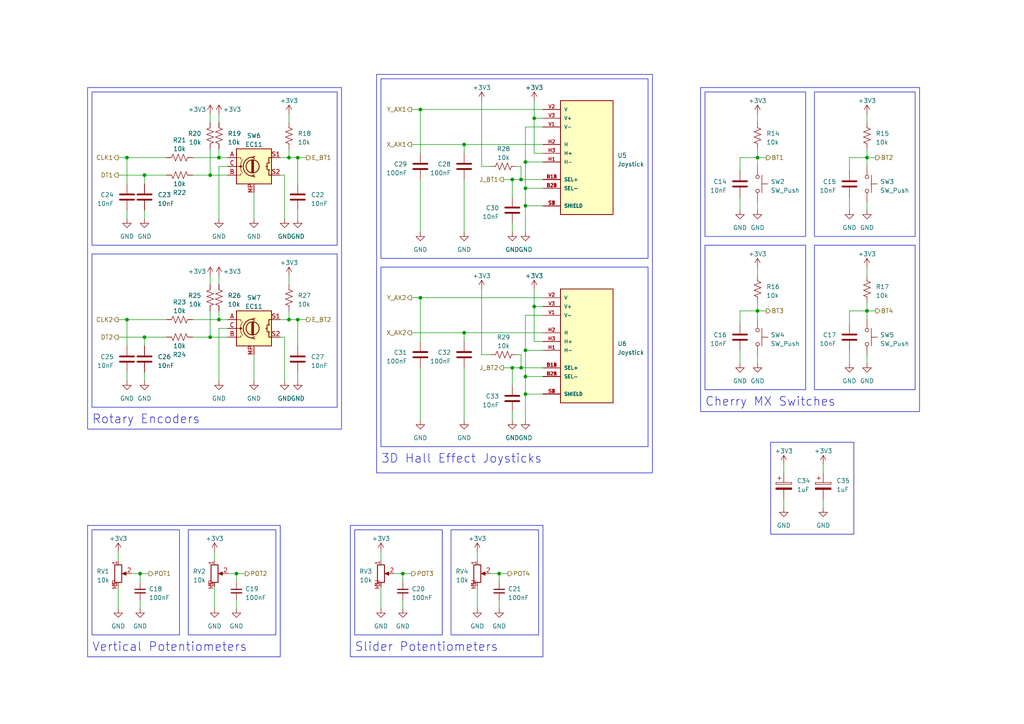
<source format=kicad_sch>
(kicad_sch (version 20230121) (generator eeschema)
  (paper "A4")
  (title_block (title "Everything Controller") (rev "R0") (company "Nabinhotronics") (comment 1 "Vagalbotz") (comment 2 "V2.0"))
  (lib_symbols
    (symbol "COM-09032_1" (pin_names (offset 1.016))
      (property "Reference" "U6" (at 8.89 -0.635 0))
      (property "Value" "Joystick" (at 8.89 -3.175 0))
      (symbol "COM-09032_1_0_0"
        (rectangle (start -7.62 -17.78) (end 7.62 15.24) (stroke (width 0.254)) (fill (type background)))
        (pin passive line (at -12.7 -7.62 0) (length 5.08) (name "SEL+") (number "B1A"))
        (pin passive line (at -12.7 -10.16 0) (length 5.08) (name "SEL-") (number "B2A"))
        (pin passive line (at -12.7 2.54 0) (length 5.08) (name "H") (number "H2"))
        (pin passive line (at -12.7 -15.24 0) (length 5.08) (name "SHIELD") (number "S1"))
        (pin passive line (at -12.7 -15.24 0) (length 5.08) (name "SHIELD") (number "S2"))
        (pin passive line (at -12.7 -15.24 0) (length 5.08) (name "SHIELD") (number "S3"))
        (pin passive line (at -12.7 -15.24 0) (length 5.08) (name "SHIELD") (number "S4"))
        (pin passive line (at -12.7 12.7 0) (length 5.08) (name "V") (number "V2"))
      )
      (symbol "COM-09032_1_1_0"
        (pin passive line (at -12.7 -7.62 0) (length 5.08) (name "SEL+") (number "B1B"))
        (pin passive line (at -12.7 -10.16 0) (length 5.08) (name "SEL-") (number "B2B"))
        (pin passive line (at -12.7 -2.54 0) (length 5.08) (name "H-") (number "H1"))
        (pin passive line (at -12.7 0 0) (length 5.08) (name "H+") (number "H3"))
        (pin passive line (at -12.7 7.62 0) (length 5.08) (name "V-") (number "V1"))
        (pin passive line (at -12.7 10.16 0) (length 5.08) (name "V+") (number "V3"))
      )
    )
    (symbol "Device:C" (pin_numbers hide) (pin_names (offset 0.254))
      (property "Reference" "C" (at 0.635 2.54 0))
      (property "Value" "C" (at 0.635 -2.54 0))
      (symbol "C_0_1"
        (polyline (pts (xy -2.032 -0.762) (xy 2.032 -0.762)) (stroke (width 0.508)))
        (polyline (pts (xy -2.032 0.762) (xy 2.032 0.762)) (stroke (width 0.508)))
      )
      (symbol "C_1_1"
        (pin passive line (at 0 3.81 270) (length 2.794) (name "~") (number "1"))
        (pin passive line (at 0 -3.81 90) (length 2.794) (name "~") (number "2"))
      )
    )
    (symbol "Device:C_Polarized" (pin_numbers hide) (pin_names (offset 0.254))
      (property "Reference" "C" (at 0.635 2.54 0))
      (property "Value" "C_Polarized" (at 0.635 -2.54 0))
      (symbol "C_Polarized_0_1"
        (rectangle (start -2.286 0.508) (end 2.286 1.016))
        (polyline (pts (xy -1.778 2.286) (xy -0.762 2.286)))
        (polyline (pts (xy -1.27 2.794) (xy -1.27 1.778)))
        (rectangle (start 2.286 -0.508) (end -2.286 -1.016) (fill (type outline)))
      )
      (symbol "C_Polarized_1_1"
        (pin passive line (at 0 3.81 270) (length 2.794) (name "~") (number "1"))
        (pin passive line (at 0 -3.81 90) (length 2.794) (name "~") (number "2"))
      )
    )
    (symbol "Device:C_Small" (pin_numbers hide) (pin_names (offset 0.254) hide)
      (property "Reference" "C" (at 0.254 1.778 0))
      (property "Value" "C_Small" (at 0.254 -2.032 0))
      (symbol "C_Small_0_1"
        (polyline (pts (xy -1.524 -0.508) (xy 1.524 -0.508)) (stroke (width 0.3302)))
        (polyline (pts (xy -1.524 0.508) (xy 1.524 0.508)) (stroke (width 0.3048)))
      )
      (symbol "C_Small_1_1"
        (pin passive line (at 0 2.54 270) (length 2.032) (name "~") (number "1"))
        (pin passive line (at 0 -2.54 90) (length 2.032) (name "~") (number "2"))
      )
    )
    (symbol "Device:R_Potentiometer" (pin_names (offset 1.016) hide)
      (property "Reference" "RV4" (at -2.54 0.635 0))
      (property "Value" "10k" (at -2.54 -1.905 0))
      (symbol "R_Potentiometer_0_1"
        (polyline (pts (xy 2.54 0) (xy 1.524 0)))
        (polyline (pts (xy 1.143 0) (xy 2.286 0.508) (xy 2.286 -0.508) (xy 1.143 0)) (fill (type outline)))
        (rectangle (start 1.016 2.54) (end -1.016 -2.54) (stroke (width 0.254)))
      )
      (symbol "R_Potentiometer_1_1"
        (pin passive line (at 0 3.81 270) (length 1.27) (name "1") (number "1"))
        (pin passive line (at 3.81 0 180) (length 1.27) (name "2") (number "2"))
        (pin passive line (at 0 -3.81 90) (length 1.27) (name "3") (number "3"))
        (pin passive line (at 0 -3.81 90) (length 1.27) (name "3") (number "MH"))
      )
    )
    (symbol "Device:R_US" (pin_numbers hide) (pin_names (offset 0))
      (property "Reference" "R" (at 2.54 0 90))
      (property "Value" "R_US" (at -2.54 0 90))
      (symbol "R_US_0_1"
        (polyline (pts (xy 0 -2.286) (xy 0 -2.54)))
        (polyline (pts (xy 0 2.286) (xy 0 2.54)))
        (polyline (pts (xy 0 -0.762) (xy 1.016 -1.143) (xy 0 -1.524) (xy -1.016 -1.905) (xy 0 -2.286)))
        (polyline (pts (xy 0 0.762) (xy 1.016 0.381) (xy 0 0) (xy -1.016 -0.381) (xy 0 -0.762)))
        (polyline (pts (xy 0 2.286) (xy 1.016 1.905) (xy 0 1.524) (xy -1.016 1.143) (xy 0 0.762)))
      )
      (symbol "R_US_1_1"
        (pin passive line (at 0 3.81 270) (length 1.27) (name "~") (number "1"))
        (pin passive line (at 0 -3.81 90) (length 1.27) (name "~") (number "2"))
      )
    )
    (symbol "Device:RotaryEncoder_Switch" (pin_names (offset 0.254) hide)
      (property "Reference" "SW6" (at 0 8.89 0))
      (property "Value" "EC11" (at 0 6.35 0))
      (symbol "RotaryEncoder_Switch_0_1"
        (rectangle (start -5.08 5.08) (end 5.08 -5.08) (stroke (width 0.254)) (fill (type background)))
        (circle (center -3.81 0) (radius 0.254) (fill (type outline)))
        (circle (center -0.381 0) (radius 1.905) (stroke (width 0.254)))
        (arc (start -0.381 2.667) (mid -3.0988 -0.0635) (end -0.381 -2.794) (stroke (width 0.254)))
        (polyline (pts (xy -0.635 -1.778) (xy -0.635 1.778)) (stroke (width 0.254)))
        (polyline (pts (xy -0.381 -1.778) (xy -0.381 1.778)) (stroke (width 0.254)))
        (polyline (pts (xy -0.127 1.778) (xy -0.127 -1.778)) (stroke (width 0.254)))
        (polyline (pts (xy 3.81 0) (xy 3.429 0)) (stroke (width 0.254)))
        (polyline (pts (xy 3.81 1.016) (xy 3.81 -1.016)) (stroke (width 0.254)))
        (polyline (pts (xy -5.08 -2.54) (xy -3.81 -2.54) (xy -3.81 -2.032)))
        (polyline (pts (xy -5.08 2.54) (xy -3.81 2.54) (xy -3.81 2.032)))
        (polyline (pts (xy 0.254 -3.048) (xy -0.508 -2.794) (xy 0.127 -2.413)) (stroke (width 0.254)))
        (polyline (pts (xy 0.254 2.921) (xy -0.508 2.667) (xy 0.127 2.286)) (stroke (width 0.254)))
        (polyline (pts (xy 5.08 -2.54) (xy 4.318 -2.54) (xy 4.318 -1.016)) (stroke (width 0.254)))
        (polyline (pts (xy 5.08 2.54) (xy 4.318 2.54) (xy 4.318 1.016)) (stroke (width 0.254)))
        (polyline (pts (xy -5.08 0) (xy -3.81 0) (xy -3.81 -1.016) (xy -3.302 -2.032)))
        (polyline (pts (xy -4.318 0) (xy -3.81 0) (xy -3.81 1.016) (xy -3.302 2.032)))
        (circle (center 4.318 -1.016) (radius 0.127) (stroke (width 0.254)))
        (circle (center 4.318 1.016) (radius 0.127) (stroke (width 0.254)))
      )
      (symbol "RotaryEncoder_Switch_1_1"
        (pin passive line (at -7.62 2.54 0) (length 2.54) (name "A") (number "A"))
        (pin passive line (at -7.62 -2.54 0) (length 2.54) (name "B") (number "B"))
        (pin passive line (at -7.62 0 0) (length 2.54) (name "C") (number "C"))
        (pin passive line (at 0 -7.62 90) (length 2.54) (name "MP") (number "MP"))
        (pin passive line (at 7.62 2.54 180) (length 2.54) (name "S1") (number "S1"))
        (pin passive line (at 7.62 -2.54 180) (length 2.54) (name "S2") (number "S2"))
      )
    )
    (symbol "Joystick:COM-09032" (pin_names (offset 1.016))
      (property "Reference" "U5" (at 8.89 -0.635 0))
      (property "Value" "Joystick" (at 8.89 -3.175 0))
      (symbol "COM-09032_0_0"
        (rectangle (start -7.62 -17.78) (end 7.62 15.24) (stroke (width 0.254)) (fill (type background)))
        (pin passive line (at -12.7 -7.62 0) (length 5.08) (name "SEL+") (number "B1A"))
        (pin passive line (at -12.7 -10.16 0) (length 5.08) (name "SEL-") (number "B2A"))
        (pin passive line (at -12.7 2.54 0) (length 5.08) (name "H") (number "H2"))
        (pin passive line (at -12.7 -15.24 0) (length 5.08) (name "SHIELD") (number "S1"))
        (pin passive line (at -12.7 -15.24 0) (length 5.08) (name "SHIELD") (number "S2"))
        (pin passive line (at -12.7 -15.24 0) (length 5.08) (name "SHIELD") (number "S3"))
        (pin passive line (at -12.7 -15.24 0) (length 5.08) (name "SHIELD") (number "S4"))
        (pin passive line (at -12.7 12.7 0) (length 5.08) (name "V") (number "V2"))
      )
      (symbol "COM-09032_1_0"
        (pin passive line (at -12.7 -7.62 0) (length 5.08) (name "SEL+") (number "B1B"))
        (pin passive line (at -12.7 -10.16 0) (length 5.08) (name "SEL-") (number "B2B"))
        (pin passive line (at -12.7 -2.54 0) (length 5.08) (name "H-") (number "H1"))
        (pin passive line (at -12.7 0 0) (length 5.08) (name "H+") (number "H3"))
        (pin passive line (at -12.7 7.62 0) (length 5.08) (name "V-") (number "V1"))
        (pin passive line (at -12.7 10.16 0) (length 5.08) (name "V+") (number "V3"))
      )
    )
    (symbol "PCM_4ms_Power-symbol:GND" (power) (pin_names (offset 0))
      (property "Value" "GND" (at 0 -3.81 0))
      (symbol "GND_0_1"
        (polyline (pts (xy 0 0) (xy 0 -1.27) (xy 1.27 -1.27) (xy 0 -2.54) (xy -1.27 -1.27) (xy 0 -1.27)))
      )
      (symbol "GND_1_1"
        (pin power_in line (at 0 0 270) (length 0) hide (name "GND") (number "1"))
      )
    )
    (symbol "R_Potentiometer_1" (pin_names (offset 1.016) hide)
      (property "Reference" "RV1" (at -2.54 0.635 0))
      (property "Value" "10k" (at -2.54 -1.905 0))
      (symbol "R_Potentiometer_1_0_1"
        (polyline (pts (xy 2.54 0) (xy 1.524 0)))
        (polyline (pts (xy 1.143 0) (xy 2.286 0.508) (xy 2.286 -0.508) (xy 1.143 0)) (fill (type outline)))
        (rectangle (start 1.016 2.54) (end -1.016 -2.54) (stroke (width 0.254)))
      )
      (symbol "R_Potentiometer_1_1_1"
        (pin passive line (at 0 3.81 270) (length 1.27) (name "1") (number "1"))
        (pin passive line (at 3.81 0 180) (length 1.27) (name "2") (number "2"))
        (pin passive line (at 0 -3.81 90) (length 1.27) (name "3") (number "3"))
        (pin passive line (at 0 -3.81 90) (length 1.27) (name "3") (number "MP"))
      )
    )
    (symbol "R_Potentiometer_2" (pin_names (offset 1.016) hide)
      (property "Reference" "RV2" (at -2.54 0.635 0))
      (property "Value" "10k" (at -2.54 -1.905 0))
      (symbol "R_Potentiometer_2_0_1"
        (polyline (pts (xy 2.54 0) (xy 1.524 0)))
        (polyline (pts (xy 1.143 0) (xy 2.286 0.508) (xy 2.286 -0.508) (xy 1.143 0)) (fill (type outline)))
        (rectangle (start 1.016 2.54) (end -1.016 -2.54) (stroke (width 0.254)))
      )
      (symbol "R_Potentiometer_2_1_1"
        (pin passive line (at 0 3.81 270) (length 1.27) (name "1") (number "1"))
        (pin passive line (at 3.81 0 180) (length 1.27) (name "2") (number "2"))
        (pin passive line (at 0 -3.81 90) (length 1.27) (name "3") (number "3"))
        (pin passive line (at 0 -3.81 90) (length 1.27) (name "3") (number "MP"))
      )
    )
    (symbol "R_Potentiometer_3" (pin_names (offset 1.016) hide)
      (property "Reference" "RV3" (at -2.54 0.635 0))
      (property "Value" "10k" (at -2.54 -1.905 0))
      (symbol "R_Potentiometer_3_0_1"
        (polyline (pts (xy 2.54 0) (xy 1.524 0)))
        (polyline (pts (xy 1.143 0) (xy 2.286 0.508) (xy 2.286 -0.508) (xy 1.143 0)) (fill (type outline)))
        (rectangle (start 1.016 2.54) (end -1.016 -2.54) (stroke (width 0.254)))
      )
      (symbol "R_Potentiometer_3_1_1"
        (pin passive line (at 0 3.81 270) (length 1.27) (name "1") (number "1"))
        (pin passive line (at 3.81 0 180) (length 1.27) (name "2") (number "2"))
        (pin passive line (at 0 -3.81 90) (length 1.27) (name "3") (number "3"))
        (pin passive line (at 0 -3.81 90) (length 1.27) (name "3") (number "MH"))
      )
    )
    (symbol "RotaryEncoder_Switch_1" (pin_names (offset 0.254) hide)
      (property "Reference" "SW7" (at 0 8.89 0))
      (property "Value" "EC11" (at 0 6.35 0))
      (symbol "RotaryEncoder_Switch_1_0_1"
        (rectangle (start -5.08 5.08) (end 5.08 -5.08) (stroke (width 0.254)) (fill (type background)))
        (circle (center -3.81 0) (radius 0.254) (fill (type outline)))
        (circle (center -0.381 0) (radius 1.905) (stroke (width 0.254)))
        (arc (start -0.381 2.667) (mid -3.0988 -0.0635) (end -0.381 -2.794) (stroke (width 0.254)))
        (polyline (pts (xy -0.635 -1.778) (xy -0.635 1.778)) (stroke (width 0.254)))
        (polyline (pts (xy -0.381 -1.778) (xy -0.381 1.778)) (stroke (width 0.254)))
        (polyline (pts (xy -0.127 1.778) (xy -0.127 -1.778)) (stroke (width 0.254)))
        (polyline (pts (xy 3.81 0) (xy 3.429 0)) (stroke (width 0.254)))
        (polyline (pts (xy 3.81 1.016) (xy 3.81 -1.016)) (stroke (width 0.254)))
        (polyline (pts (xy -5.08 -2.54) (xy -3.81 -2.54) (xy -3.81 -2.032)))
        (polyline (pts (xy -5.08 2.54) (xy -3.81 2.54) (xy -3.81 2.032)))
        (polyline (pts (xy 0.254 -3.048) (xy -0.508 -2.794) (xy 0.127 -2.413)) (stroke (width 0.254)))
        (polyline (pts (xy 0.254 2.921) (xy -0.508 2.667) (xy 0.127 2.286)) (stroke (width 0.254)))
        (polyline (pts (xy 5.08 -2.54) (xy 4.318 -2.54) (xy 4.318 -1.016)) (stroke (width 0.254)))
        (polyline (pts (xy 5.08 2.54) (xy 4.318 2.54) (xy 4.318 1.016)) (stroke (width 0.254)))
        (polyline (pts (xy -5.08 0) (xy -3.81 0) (xy -3.81 -1.016) (xy -3.302 -2.032)))
        (polyline (pts (xy -4.318 0) (xy -3.81 0) (xy -3.81 1.016) (xy -3.302 2.032)))
        (circle (center 4.318 -1.016) (radius 0.127) (stroke (width 0.254)))
        (circle (center 4.318 1.016) (radius 0.127) (stroke (width 0.254)))
      )
      (symbol "RotaryEncoder_Switch_1_1_1"
        (pin passive line (at -7.62 2.54 0) (length 2.54) (name "A") (number "A"))
        (pin passive line (at -7.62 -2.54 0) (length 2.54) (name "B") (number "B"))
        (pin passive line (at -7.62 0 0) (length 2.54) (name "C") (number "C"))
        (pin passive line (at 0 -7.62 90) (length 2.54) (name "MP") (number "MP"))
        (pin passive line (at 7.62 2.54 180) (length 2.54) (name "S1") (number "S1"))
        (pin passive line (at 7.62 -2.54 180) (length 2.54) (name "S2") (number "S2"))
      )
    )
    (symbol "Switch:SW_Push" (pin_numbers hide) (pin_names (offset 1.016) hide)
      (property "Reference" "SW" (at 1.27 2.54 0))
      (property "Value" "SW_Push" (at 0 -1.524 0))
      (symbol "SW_Push_0_1"
        (circle (center -2.032 0) (radius 0.508))
        (polyline (pts (xy 0 1.27) (xy 0 3.048)))
        (polyline (pts (xy 2.54 1.27) (xy -2.54 1.27)))
        (circle (center 2.032 0) (radius 0.508))
        (pin passive line (at -5.08 0 0) (length 2.54) (name "1") (number "1"))
        (pin passive line (at 5.08 0 180) (length 2.54) (name "2") (number "2"))
      )
    )
    (symbol "power:+3V3" (power) (pin_names (offset 0))
      (property "Value" "+3V3" (at 0 3.556 0))
      (symbol "+3V3_0_1"
        (polyline (pts (xy -0.762 1.27) (xy 0 2.54)))
        (polyline (pts (xy 0 0) (xy 0 2.54)))
        (polyline (pts (xy 0 2.54) (xy 0.762 1.27)))
      )
      (symbol "+3V3_1_1"
        (pin power_in line (at 0 0 90) (length 0) hide (name "+3V3") (number "1"))
      )
    )
  )
  (junction (at 154.94 34.29))
  (junction (at 152.4 109.22))
  (junction (at 86.36 92.71))
  (junction (at 144.78 166.37))
  (junction (at 121.92 86.36))
  (junction (at 134.62 41.91))
  (junction (at 68.58 166.37))
  (junction (at 152.4 54.61))
  (junction (at 36.83 92.71))
  (junction (at 219.71 90.17))
  (junction (at 41.91 97.79))
  (junction (at 63.5 92.71))
  (junction (at 36.83 45.72))
  (junction (at 151.13 52.07))
  (junction (at 134.62 96.52))
  (junction (at 41.91 50.8))
  (junction (at 60.96 50.8))
  (junction (at 121.92 31.75))
  (junction (at 151.13 106.68))
  (junction (at 219.71 45.72))
  (junction (at 83.82 45.72))
  (junction (at 152.4 46.99))
  (junction (at 152.4 59.69))
  (junction (at 63.5 45.72))
  (junction (at 251.46 45.72))
  (junction (at 116.84 166.37))
  (junction (at 83.82 92.71))
  (junction (at 251.46 90.17))
  (junction (at 152.4 114.3))
  (junction (at 148.59 52.07))
  (junction (at 154.94 88.9))
  (junction (at 152.4 101.6))
  (junction (at 60.96 97.79))
  (junction (at 148.59 106.68))
  (junction (at 86.36 45.72))
  (junction (at 40.64 166.37))
  (wire (pts (xy 63.5 48.26) (xy 63.5 63.5)))
  (wire (pts (xy 119.38 96.52) (xy 134.62 96.52)))
  (wire (pts (xy 134.62 41.91) (xy 157.48 41.91)))
  (wire (pts (xy 110.49 160.02) (xy 110.49 162.56)))
  (wire (pts (xy 119.38 86.36) (xy 121.92 86.36)))
  (wire (pts (xy 219.71 58.42) (xy 219.71 60.96)))
  (wire (pts (xy 152.4 109.22) (xy 152.4 114.3)))
  (wire (pts (xy 154.94 34.29) (xy 154.94 29.21)))
  (wire (pts (xy 157.48 91.44) (xy 152.4 91.44)))
  (wire (pts (xy 34.29 160.02) (xy 34.29 162.56)))
  (wire (pts (xy 83.82 45.72) (xy 83.82 43.18)))
  (wire (pts (xy 251.46 45.72) (xy 251.46 48.26)))
  (wire (pts (xy 121.92 52.07) (xy 121.92 67.31)))
  (wire (pts (xy 134.62 96.52) (xy 157.48 96.52)))
  (wire (pts (xy 134.62 106.68) (xy 134.62 121.92)))
  (wire (pts (xy 81.28 45.72) (xy 83.82 45.72)))
  (wire (pts (xy 86.36 92.71) (xy 88.9 92.71)))
  (wire (pts (xy 238.76 144.78) (xy 238.76 147.32)))
  (wire (pts (xy 219.71 90.17) (xy 219.71 92.71)))
  (wire (pts (xy 214.63 57.15) (xy 214.63 60.96)))
  (wire (pts (xy 119.38 41.91) (xy 134.62 41.91)))
  (wire (pts (xy 83.82 45.72) (xy 86.36 45.72)))
  (wire (pts (xy 246.38 90.17) (xy 251.46 90.17)))
  (wire (pts (xy 139.7 29.21) (xy 139.7 48.26)))
  (wire (pts (xy 63.5 43.18) (xy 63.5 45.72)))
  (wire (pts (xy 219.71 90.17) (xy 222.25 90.17)))
  (wire (pts (xy 62.23 170.18) (xy 62.23 176.53)))
  (wire (pts (xy 55.88 97.79) (xy 60.96 97.79)))
  (wire (pts (xy 144.78 173.99) (xy 144.78 176.53)))
  (wire (pts (xy 251.46 90.17) (xy 251.46 92.71)))
  (wire (pts (xy 36.83 92.71) (xy 36.83 100.33)))
  (wire (pts (xy 68.58 173.99) (xy 68.58 176.53)))
  (wire (pts (xy 41.91 107.95) (xy 41.91 110.49)))
  (wire (pts (xy 152.4 101.6) (xy 157.48 101.6)))
  (wire (pts (xy 41.91 53.34) (xy 41.91 50.8)))
  (wire (pts (xy 251.46 45.72) (xy 254 45.72)))
  (wire (pts (xy 36.83 107.95) (xy 36.83 110.49)))
  (wire (pts (xy 219.71 87.63) (xy 219.71 90.17)))
  (wire (pts (xy 251.46 33.02) (xy 251.46 35.56)))
  (wire (pts (xy 116.84 173.99) (xy 116.84 176.53)))
  (wire (pts (xy 154.94 34.29) (xy 157.48 34.29)))
  (wire (pts (xy 144.78 166.37) (xy 147.32 166.37)))
  (wire (pts (xy 157.48 36.83) (xy 152.4 36.83)))
  (wire (pts (xy 214.63 45.72) (xy 219.71 45.72)))
  (wire (pts (xy 148.59 52.07) (xy 148.59 57.15)))
  (wire (pts (xy 63.5 80.01) (xy 63.5 82.55)))
  (wire (pts (xy 121.92 86.36) (xy 157.48 86.36)))
  (wire (pts (xy 144.78 166.37) (xy 144.78 168.91)))
  (wire (pts (xy 55.88 92.71) (xy 63.5 92.71)))
  (wire (pts (xy 219.71 45.72) (xy 219.71 48.26)))
  (wire (pts (xy 142.24 166.37) (xy 144.78 166.37)))
  (wire (pts (xy 60.96 33.02) (xy 60.96 35.56)))
  (wire (pts (xy 41.91 60.96) (xy 41.91 63.5)))
  (wire (pts (xy 152.4 114.3) (xy 152.4 121.92)))
  (wire (pts (xy 40.64 166.37) (xy 40.64 168.91)))
  (wire (pts (xy 219.71 102.87) (xy 219.71 105.41)))
  (wire (pts (xy 227.33 144.78) (xy 227.33 147.32)))
  (wire (pts (xy 246.38 45.72) (xy 251.46 45.72)))
  (wire (pts (xy 152.4 59.69) (xy 152.4 67.31)))
  (wire (pts (xy 139.7 48.26) (xy 142.24 48.26)))
  (wire (pts (xy 55.88 45.72) (xy 63.5 45.72)))
  (wire (pts (xy 40.64 166.37) (xy 43.18 166.37)))
  (wire (pts (xy 116.84 166.37) (xy 116.84 168.91)))
  (wire (pts (xy 60.96 43.18) (xy 60.96 50.8)))
  (wire (pts (xy 48.26 92.71) (xy 36.83 92.71)))
  (wire (pts (xy 68.58 166.37) (xy 71.12 166.37)))
  (wire (pts (xy 121.92 31.75) (xy 121.92 44.45)))
  (wire (pts (xy 214.63 90.17) (xy 219.71 90.17)))
  (wire (pts (xy 82.55 97.79) (xy 81.28 97.79)))
  (wire (pts (xy 36.83 60.96) (xy 36.83 63.5)))
  (wire (pts (xy 149.86 102.87) (xy 151.13 102.87)))
  (wire (pts (xy 60.96 90.17) (xy 60.96 97.79)))
  (wire (pts (xy 63.5 95.25) (xy 63.5 110.49)))
  (wire (pts (xy 152.4 46.99) (xy 157.48 46.99)))
  (wire (pts (xy 116.84 166.37) (xy 119.38 166.37)))
  (wire (pts (xy 146.05 106.68) (xy 148.59 106.68)))
  (wire (pts (xy 81.28 92.71) (xy 83.82 92.71)))
  (wire (pts (xy 157.48 44.45) (xy 154.94 44.45)))
  (wire (pts (xy 151.13 106.68) (xy 157.48 106.68)))
  (wire (pts (xy 63.5 90.17) (xy 63.5 92.71)))
  (wire (pts (xy 154.94 44.45) (xy 154.94 34.29)))
  (wire (pts (xy 151.13 102.87) (xy 151.13 106.68)))
  (wire (pts (xy 157.48 54.61) (xy 152.4 54.61)))
  (wire (pts (xy 36.83 45.72) (xy 36.83 53.34)))
  (wire (pts (xy 81.28 50.8) (xy 82.55 50.8)))
  (wire (pts (xy 55.88 50.8) (xy 60.96 50.8)))
  (wire (pts (xy 41.91 100.33) (xy 41.91 97.79)))
  (wire (pts (xy 219.71 33.02) (xy 219.71 35.56)))
  (wire (pts (xy 148.59 106.68) (xy 151.13 106.68)))
  (wire (pts (xy 139.7 102.87) (xy 142.24 102.87)))
  (wire (pts (xy 134.62 52.07) (xy 134.62 67.31)))
  (wire (pts (xy 110.49 170.18) (xy 110.49 176.53)))
  (wire (pts (xy 82.55 97.79) (xy 82.55 110.49)))
  (wire (pts (xy 152.4 101.6) (xy 152.4 109.22)))
  (wire (pts (xy 152.4 114.3) (xy 157.48 114.3)))
  (wire (pts (xy 83.82 80.01) (xy 83.82 82.55)))
  (wire (pts (xy 157.48 109.22) (xy 152.4 109.22)))
  (wire (pts (xy 219.71 77.47) (xy 219.71 80.01)))
  (wire (pts (xy 38.1 166.37) (xy 40.64 166.37)))
  (wire (pts (xy 152.4 91.44) (xy 152.4 101.6)))
  (wire (pts (xy 251.46 87.63) (xy 251.46 90.17)))
  (wire (pts (xy 157.48 99.06) (xy 154.94 99.06)))
  (wire (pts (xy 139.7 83.82) (xy 139.7 102.87)))
  (wire (pts (xy 86.36 107.95) (xy 86.36 110.49)))
  (wire (pts (xy 83.82 92.71) (xy 83.82 90.17)))
  (wire (pts (xy 68.58 166.37) (xy 68.58 168.91)))
  (wire (pts (xy 63.5 33.02) (xy 63.5 35.56)))
  (wire (pts (xy 148.59 106.68) (xy 148.59 111.76)))
  (wire (pts (xy 63.5 92.71) (xy 66.04 92.71)))
  (wire (pts (xy 151.13 52.07) (xy 157.48 52.07)))
  (wire (pts (xy 66.04 48.26) (xy 63.5 48.26)))
  (wire (pts (xy 63.5 45.72) (xy 66.04 45.72)))
  (wire (pts (xy 41.91 97.79) (xy 48.26 97.79)))
  (wire (pts (xy 251.46 77.47) (xy 251.46 80.01)))
  (wire (pts (xy 227.33 134.62) (xy 227.33 137.16)))
  (wire (pts (xy 246.38 93.98) (xy 246.38 90.17)))
  (wire (pts (xy 114.3 166.37) (xy 116.84 166.37)))
  (wire (pts (xy 86.36 92.71) (xy 86.36 100.33)))
  (wire (pts (xy 121.92 86.36) (xy 121.92 99.06)))
  (wire (pts (xy 152.4 59.69) (xy 157.48 59.69)))
  (wire (pts (xy 148.59 52.07) (xy 151.13 52.07)))
  (wire (pts (xy 60.96 97.79) (xy 66.04 97.79)))
  (wire (pts (xy 40.64 173.99) (xy 40.64 176.53)))
  (wire (pts (xy 41.91 50.8) (xy 48.26 50.8)))
  (wire (pts (xy 238.76 134.62) (xy 238.76 137.16)))
  (wire (pts (xy 60.96 80.01) (xy 60.96 82.55)))
  (wire (pts (xy 34.29 97.79) (xy 41.91 97.79)))
  (wire (pts (xy 86.36 45.72) (xy 86.36 53.34)))
  (wire (pts (xy 34.29 45.72) (xy 36.83 45.72)))
  (wire (pts (xy 138.43 170.18) (xy 138.43 176.53)))
  (wire (pts (xy 34.29 50.8) (xy 41.91 50.8)))
  (wire (pts (xy 154.94 99.06) (xy 154.94 88.9)))
  (wire (pts (xy 152.4 36.83) (xy 152.4 46.99)))
  (wire (pts (xy 34.29 170.18) (xy 34.29 176.53)))
  (wire (pts (xy 246.38 49.53) (xy 246.38 45.72)))
  (wire (pts (xy 246.38 101.6) (xy 246.38 105.41)))
  (wire (pts (xy 146.05 52.07) (xy 148.59 52.07)))
  (wire (pts (xy 119.38 31.75) (xy 121.92 31.75)))
  (wire (pts (xy 73.66 55.88) (xy 73.66 63.5)))
  (wire (pts (xy 214.63 93.98) (xy 214.63 90.17)))
  (wire (pts (xy 86.36 45.72) (xy 88.9 45.72)))
  (wire (pts (xy 154.94 88.9) (xy 157.48 88.9)))
  (wire (pts (xy 154.94 88.9) (xy 154.94 83.82)))
  (wire (pts (xy 134.62 99.06) (xy 134.62 96.52)))
  (wire (pts (xy 151.13 48.26) (xy 151.13 52.07)))
  (wire (pts (xy 246.38 57.15) (xy 246.38 60.96)))
  (wire (pts (xy 62.23 160.02) (xy 62.23 162.56)))
  (wire (pts (xy 152.4 54.61) (xy 152.4 59.69)))
  (wire (pts (xy 251.46 90.17) (xy 254 90.17)))
  (wire (pts (xy 251.46 58.42) (xy 251.46 60.96)))
  (wire (pts (xy 214.63 49.53) (xy 214.63 45.72)))
  (wire (pts (xy 251.46 102.87) (xy 251.46 105.41)))
  (wire (pts (xy 48.26 45.72) (xy 36.83 45.72)))
  (wire (pts (xy 214.63 101.6) (xy 214.63 105.41)))
  (wire (pts (xy 219.71 43.18) (xy 219.71 45.72)))
  (wire (pts (xy 121.92 31.75) (xy 157.48 31.75)))
  (wire (pts (xy 60.96 50.8) (xy 66.04 50.8)))
  (wire (pts (xy 34.29 92.71) (xy 36.83 92.71)))
  (wire (pts (xy 83.82 92.71) (xy 86.36 92.71)))
  (wire (pts (xy 149.86 48.26) (xy 151.13 48.26)))
  (wire (pts (xy 152.4 46.99) (xy 152.4 54.61)))
  (wire (pts (xy 83.82 33.02) (xy 83.82 35.56)))
  (wire (pts (xy 251.46 43.18) (xy 251.46 45.72)))
  (wire (pts (xy 134.62 44.45) (xy 134.62 41.91)))
  (wire (pts (xy 148.59 64.77) (xy 148.59 67.31)))
  (wire (pts (xy 148.59 119.38) (xy 148.59 121.92)))
  (wire (pts (xy 66.04 95.25) (xy 63.5 95.25)))
  (wire (pts (xy 86.36 60.96) (xy 86.36 63.5)))
  (wire (pts (xy 138.43 160.02) (xy 138.43 162.56)))
  (wire (pts (xy 121.92 106.68) (xy 121.92 121.92)))
  (wire (pts (xy 82.55 50.8) (xy 82.55 63.5)))
  (wire (pts (xy 66.04 166.37) (xy 68.58 166.37)))
  (wire (pts (xy 73.66 102.87) (xy 73.66 110.49)))
  (wire (pts (xy 219.71 45.72) (xy 222.25 45.72)))
  (rectangle (start 130.81 153.67) (end 156.21 184.15))
  (rectangle (start 204.47 26.67) (end 233.68 68.58))
  (rectangle (start 204.47 71.12) (end 233.68 113.03))
  (rectangle (start 25.4 152.4) (end 81.28 190.5))
  (rectangle (start 101.6 152.4) (end 157.48 190.5))
  (rectangle (start 25.4 25.4) (end 99.06 124.46))
  (rectangle (start 26.67 26.67) (end 97.79 71.12))
  (rectangle (start 110.49 77.47) (end 187.96 129.54))
  (rectangle (start 110.49 22.86) (end 187.96 74.93))
  (rectangle (start 26.67 153.67) (end 52.07 184.15))
  (rectangle (start 223.52 128.27) (end 247.65 154.94))
  (rectangle (start 236.22 26.67) (end 265.43 68.58))
  (rectangle (start 102.87 153.67) (end 128.27 184.15))
  (rectangle (start 54.61 153.67) (end 80.01 184.15))
  (rectangle (start 236.22 71.12) (end 265.43 113.03))
  (rectangle (start 203.2 25.4) (end 266.7 119.38))
  (rectangle (start 109.22 21.59) (end 189.23 137.16))
  (rectangle (start 26.67 73.66) (end 97.79 118.11))
  (text "Slider Potentiometers" (at 102.87 189.23 0) (effects (font (size 2.54 2.54)) (justify left bottom)))
  (text "Cherry MX Switches" (at 204.47 118.11 0) (effects (font (size 2.54 2.54)) (justify left bottom)))
  (text "Vertical Potentiometers" (at 26.67 189.23 0) (effects (font (size 2.54 2.54)) (justify left bottom)))
  (text "Rotary Encoders" (at 26.67 123.19 0) (effects (font (size 2.54 2.54)) (justify left bottom)))
  (text "3D Hall Effect Joysticks" (at 110.49 134.62 0) (effects (font (size 2.54 2.54)) (justify left bottom)))
  (hierarchical_label "POT4" (shape output) (at 147.32 166.37 0))
  (hierarchical_label "J_BT2" (shape output) (at 146.05 106.68 180))
  (hierarchical_label "BT1" (shape output) (at 222.25 45.72 0))
  (hierarchical_label "DT1" (shape output) (at 34.29 50.8 180))
  (hierarchical_label "POT1" (shape output) (at 43.18 166.37 0))
  (hierarchical_label "CLK1" (shape output) (at 34.29 45.72 180))
  (hierarchical_label "Y_AX1" (shape output) (at 119.38 31.75 180))
  (hierarchical_label "BT2" (shape output) (at 254 45.72 0))
  (hierarchical_label "J_BT1" (shape output) (at 146.05 52.07 180))
  (hierarchical_label "DT2" (shape output) (at 34.29 97.79 180))
  (hierarchical_label "E_BT2" (shape output) (at 88.9 92.71 0))
  (hierarchical_label "E_BT1" (shape output) (at 88.9 45.72 0))
  (hierarchical_label "X_AX2" (shape output) (at 119.38 96.52 180))
  (hierarchical_label "X_AX1" (shape output) (at 119.38 41.91 180))
  (hierarchical_label "Y_AX2" (shape output) (at 119.38 86.36 180))
  (hierarchical_label "BT4" (shape output) (at 254 90.17 0))
  (hierarchical_label "POT2" (shape output) (at 71.12 166.37 0))
  (hierarchical_label "CLK2" (shape output) (at 34.29 92.71 180))
  (hierarchical_label "BT3" (shape output) (at 222.25 90.17 0))
  (hierarchical_label "POT3" (shape output) (at 119.38 166.37 0))
  (symbol (lib_id "PCM_4ms_Power-symbol:GND") (at 148.59 67.31 0) (unit 1)
    (property "Reference" "#PWR090" (effects hide))
    (property "Value" "GND" (at 148.59 72.39 0))
  )
  (symbol (lib_id "Device:R_US") (at 251.46 83.82 0) (unit 1)
    (property "Reference" "R17" (at 254 83.185 0) (effects (justify left)))
    (property "Value" "10k" (at 254 85.725 0) (effects (justify left)))
    (property "Footprint" "Resistor_SMD:R_0805_2012Metric" (effects hide))
  )
  (symbol (lib_id "PCM_4ms_Power-symbol:GND") (at 36.83 110.49 0) (unit 1)
    (property "Reference" "#PWR078" (effects hide))
    (property "Value" "GND" (at 36.83 115.57 0))
  )
  (symbol (lib_name "R_Potentiometer_3") (lib_id "Device:R_Potentiometer") (at 110.49 166.37 0) (unit 1)
    (property "Reference" "RV3" (at 107.95 165.735 0) (effects (justify right)))
    (property "Value" "10k" (at 107.95 168.275 0) (effects (justify right)))
    (property "Footprint" "Custom:RS30111A602N" (effects hide))
  )
  (symbol (lib_id "PCM_4ms_Power-symbol:GND") (at 73.66 63.5 0) (unit 1)
    (property "Reference" "#PWR0115" (effects hide))
    (property "Value" "GND" (at 73.66 68.58 0))
  )
  (symbol (lib_id "Device:C") (at 36.83 104.14 0) (mirror y) (unit 1)
    (property "Reference" "C25" (at 33.02 103.505 0) (effects (justify left)))
    (property "Value" "10nF" (at 33.02 106.045 0) (effects (justify left)))
    (property "Footprint" "Capacitor_SMD:C_0805_2012Metric" (effects hide))
  )
  (symbol (lib_name "R_Potentiometer_1") (lib_id "Device:R_Potentiometer") (at 34.29 166.37 0) (unit 1)
    (property "Reference" "RV1" (at 31.75 165.735 0) (effects (justify right)))
    (property "Value" "10k" (at 31.75 168.275 0) (effects (justify right)))
    (property "Footprint" "Potentiometer_THT:Potentiometer_Alps_RK09K_Single_Vertical" (effects hide))
  )
  (symbol (lib_id "power:+3V3") (at 251.46 77.47 0) (unit 1)
    (property "Reference" "#PWR057" (effects hide))
    (property "Value" "+3V3" (at 251.46 73.66 0))
  )
  (symbol (lib_id "PCM_4ms_Power-symbol:GND") (at 41.91 63.5 0) (unit 1)
    (property "Reference" "#PWR074" (effects hide))
    (property "Value" "GND" (at 41.91 68.58 0))
  )
  (symbol (lib_id "Switch:SW_Push") (at 219.71 53.34 270) (unit 1)
    (property "Reference" "SW2" (at 223.52 52.705 90) (effects (justify left)))
    (property "Value" "SW_Push" (at 223.52 55.245 90) (effects (justify left)))
    (property "Footprint" "PCM_Switch_Keyboard_Cherry_MX:SW_Cherry_MX_Plate" (effects hide))
  )
  (symbol (lib_id "Device:R_US") (at 146.05 102.87 90) (unit 1)
    (property "Reference" "R29" (at 146.05 97.79 90))
    (property "Value" "10k" (at 146.05 100.33 90))
    (property "Footprint" "Resistor_SMD:R_0805_2012Metric" (effects hide))
  )
  (symbol (lib_id "Switch:SW_Push") (at 219.71 97.79 270) (unit 1)
    (property "Reference" "SW4" (at 223.52 97.155 90) (effects (justify left)))
    (property "Value" "SW_Push" (at 223.52 99.695 90) (effects (justify left)))
    (property "Footprint" "PCM_Switch_Keyboard_Cherry_MX:SW_Cherry_MX_Plate" (effects hide))
  )
  (symbol (lib_id "Device:C_Small") (at 40.64 171.45 0) (unit 1)
    (property "Reference" "C18" (at 43.18 170.8213 0) (effects (justify left)))
    (property "Value" "100nF" (at 43.18 173.3613 0) (effects (justify left)))
    (property "Footprint" "Capacitor_SMD:C_0805_2012Metric" (effects hide))
  )
  (symbol (lib_id "PCM_4ms_Power-symbol:GND") (at 86.36 63.5 0) (unit 1)
    (property "Reference" "#PWR071" (effects hide))
    (property "Value" "GND" (at 86.36 68.58 0))
  )
  (symbol (lib_id "Device:C") (at 134.62 48.26 0) (mirror y) (unit 1)
    (property "Reference" "C28" (at 130.81 47.625 0) (effects (justify left)))
    (property "Value" "100nF" (at 130.81 50.165 0) (effects (justify left)))
    (property "Footprint" "Capacitor_SMD:C_0805_2012Metric" (effects hide))
  )
  (symbol (lib_id "Device:C") (at 246.38 97.79 0) (mirror y) (unit 1)
    (property "Reference" "C17" (at 242.57 97.155 0) (effects (justify left)))
    (property "Value" "10nF" (at 242.57 99.695 0) (effects (justify left)))
    (property "Footprint" "Capacitor_SMD:C_0805_2012Metric" (effects hide))
  )
  (symbol (lib_id "power:+3V3") (at 60.96 80.01 0) (unit 1)
    (property "Reference" "#PWR080" (effects hide))
    (property "Value" "+3V3" (at 57.15 78.74 0))
  )
  (symbol (lib_id "Device:R_US") (at 83.82 39.37 0) (unit 1)
    (property "Reference" "R18" (at 86.36 38.735 0) (effects (justify left)))
    (property "Value" "10k" (at 86.36 41.275 0) (effects (justify left)))
    (property "Footprint" "Resistor_SMD:R_0805_2012Metric" (effects hide))
  )
  (symbol (lib_id "Device:R_US") (at 63.5 39.37 0) (unit 1)
    (property "Reference" "R19" (at 66.04 38.735 0) (effects (justify left)))
    (property "Value" "10k" (at 66.04 41.275 0) (effects (justify left)))
    (property "Footprint" "Resistor_SMD:R_0805_2012Metric" (effects hide))
  )
  (symbol (lib_id "Device:C") (at 86.36 57.15 0) (unit 1)
    (property "Reference" "C22" (at 90.17 56.515 0) (effects (justify left)))
    (property "Value" "10nF" (at 90.17 59.055 0) (effects (justify left)))
    (property "Footprint" "Capacitor_SMD:C_0805_2012Metric" (effects hide))
  )
  (symbol (lib_id "PCM_4ms_Power-symbol:GND") (at 116.84 176.53 0) (unit 1)
    (property "Reference" "#PWR067" (effects hide))
    (property "Value" "GND" (at 116.84 181.61 0))
  )
  (symbol (lib_id "Device:R_US") (at 219.71 39.37 0) (unit 1)
    (property "Reference" "R14" (at 222.25 38.735 0) (effects (justify left)))
    (property "Value" "10k" (at 222.25 41.275 0) (effects (justify left)))
    (property "Footprint" "Resistor_SMD:R_0805_2012Metric" (effects hide))
  )
  (symbol (lib_id "Device:C") (at 121.92 48.26 0) (mirror y) (unit 1)
    (property "Reference" "C29" (at 118.11 47.625 0) (effects (justify left)))
    (property "Value" "100nF" (at 118.11 50.165 0) (effects (justify left)))
    (property "Footprint" "Capacitor_SMD:C_0805_2012Metric" (effects hide))
  )
  (symbol (lib_id "power:+3V3") (at 110.49 160.02 0) (unit 1)
    (property "Reference" "#PWR065" (effects hide))
    (property "Value" "+3V3" (at 110.49 156.21 0))
  )
  (symbol (lib_id "power:+3V3") (at 227.33 134.62 0) (unit 1)
    (property "Reference" "#PWR099" (effects hide))
    (property "Value" "+3V3" (at 227.33 130.81 0))
  )
  (symbol (lib_name "R_Potentiometer_2") (lib_id "Device:R_Potentiometer") (at 62.23 166.37 0) (unit 1)
    (property "Reference" "RV2" (at 59.69 165.735 0) (effects (justify right)))
    (property "Value" "10k" (at 59.69 168.275 0) (effects (justify right)))
    (property "Footprint" "Potentiometer_THT:Potentiometer_Alps_RK09K_Single_Vertical" (effects hide))
  )
  (symbol (lib_id "PCM_4ms_Power-symbol:GND") (at 144.78 176.53 0) (unit 1)
    (property "Reference" "#PWR070" (effects hide))
    (property "Value" "GND" (at 144.78 181.61 0))
  )
  (symbol (lib_id "power:+3V3") (at 139.7 83.82 0) (unit 1)
    (property "Reference" "#PWR093" (effects hide))
    (property "Value" "+3V3" (at 139.7 80.01 0))
  )
  (symbol (lib_id "PCM_4ms_Power-symbol:GND") (at 251.46 60.96 0) (unit 1)
    (property "Reference" "#PWR052" (effects hide))
    (property "Value" "GND" (at 251.46 66.04 0))
  )
  (symbol (lib_id "power:+3V3") (at 154.94 83.82 0) (unit 1)
    (property "Reference" "#PWR096" (effects hide))
    (property "Value" "+3V3" (at 154.94 80.01 0))
  )
  (symbol (lib_id "PCM_4ms_Power-symbol:GND") (at 251.46 105.41 0) (unit 1)
    (property "Reference" "#PWR058" (effects hide))
    (property "Value" "GND" (at 251.46 110.49 0))
  )
  (symbol (lib_id "PCM_4ms_Power-symbol:GND") (at 238.76 147.32 0) (unit 1)
    (property "Reference" "#PWR0105" (effects hide))
    (property "Value" "GND" (at 238.76 152.4 0))
  )
  (symbol (lib_id "Device:R_US") (at 52.07 45.72 90) (unit 1)
    (property "Reference" "R21" (at 52.07 40.64 90))
    (property "Value" "10k" (at 52.07 43.18 90))
    (property "Footprint" "Resistor_SMD:R_0805_2012Metric" (effects hide))
  )
  (symbol (lib_id "Device:R_US") (at 83.82 86.36 0) (unit 1)
    (property "Reference" "R27" (at 86.36 85.725 0) (effects (justify left)))
    (property "Value" "10k" (at 86.36 88.265 0) (effects (justify left)))
    (property "Footprint" "Resistor_SMD:R_0805_2012Metric" (effects hide))
  )
  (symbol (lib_id "PCM_4ms_Power-symbol:GND") (at 36.83 63.5 0) (unit 1)
    (property "Reference" "#PWR075" (effects hide))
    (property "Value" "GND" (at 36.83 68.58 0))
  )
  (symbol (lib_id "Device:C") (at 134.62 102.87 0) (mirror y) (unit 1)
    (property "Reference" "C32" (at 130.81 102.235 0) (effects (justify left)))
    (property "Value" "100nF" (at 130.81 104.775 0) (effects (justify left)))
    (property "Footprint" "Capacitor_SMD:C_0805_2012Metric" (effects hide))
  )
  (symbol (lib_id "Device:C") (at 41.91 104.14 0) (unit 1)
    (property "Reference" "C26" (at 45.72 103.505 0) (effects (justify left)))
    (property "Value" "10nF" (at 45.72 106.045 0) (effects (justify left)))
    (property "Footprint" "Capacitor_SMD:C_0805_2012Metric" (effects hide))
  )
  (symbol (lib_id "PCM_4ms_Power-symbol:GND") (at 82.55 110.49 0) (unit 1)
    (property "Reference" "#PWR0112" (effects hide))
    (property "Value" "GND" (at 82.55 115.57 0))
  )
  (symbol (lib_id "Device:C_Small") (at 116.84 171.45 0) (unit 1)
    (property "Reference" "C20" (at 119.38 170.8213 0) (effects (justify left)))
    (property "Value" "100nF" (at 119.38 173.3613 0) (effects (justify left)))
    (property "Footprint" "Capacitor_SMD:C_0805_2012Metric" (effects hide))
  )
  (symbol (lib_id "PCM_4ms_Power-symbol:GND") (at 219.71 105.41 0) (unit 1)
    (property "Reference" "#PWR055" (effects hide))
    (property "Value" "GND" (at 219.71 110.49 0))
  )
  (symbol (lib_id "PCM_4ms_Power-symbol:GND") (at 227.33 147.32 0) (unit 1)
    (property "Reference" "#PWR0100" (effects hide))
    (property "Value" "GND" (at 227.33 152.4 0))
  )
  (symbol (lib_id "Device:C") (at 246.38 53.34 0) (mirror y) (unit 1)
    (property "Reference" "C15" (at 242.57 52.705 0) (effects (justify left)))
    (property "Value" "10nF" (at 242.57 55.245 0) (effects (justify left)))
    (property "Footprint" "Capacitor_SMD:C_0805_2012Metric" (effects hide))
  )
  (symbol (lib_id "Joystick:COM-09032") (at 170.18 44.45 0) (unit 1)
    (property "Reference" "U5" (at 179.07 45.085 0) (effects (justify left)))
    (property "Value" "Joystick" (at 179.07 47.625 0) (effects (justify left)))
    (property "Footprint" "Joystick:XDCR_COM-09032" (effects hide))
  )
  (symbol (lib_id "PCM_4ms_Power-symbol:GND") (at 152.4 67.31 0) (unit 1)
    (property "Reference" "#PWR086" (effects hide))
    (property "Value" "GND" (at 152.4 72.39 0))
  )
  (symbol (lib_id "Device:C") (at 148.59 115.57 0) (mirror y) (unit 1)
    (property "Reference" "C33" (at 144.78 114.935 0) (effects (justify left)))
    (property "Value" "10nF" (at 144.78 117.475 0) (effects (justify left)))
    (property "Footprint" "Capacitor_SMD:C_0805_2012Metric" (effects hide))
  )
  (symbol (lib_id "PCM_4ms_Power-symbol:GND") (at 34.29 176.53 0) (unit 1)
    (property "Reference" "#PWR060" (effects hide))
    (property "Value" "GND" (at 34.29 181.61 0))
  )
  (symbol (lib_id "power:+3V3") (at 60.96 33.02 0) (unit 1)
    (property "Reference" "#PWR076" (effects hide))
    (property "Value" "+3V3" (at 57.15 31.75 0))
  )
  (symbol (lib_id "power:+3V3") (at 138.43 160.02 0) (unit 1)
    (property "Reference" "#PWR068" (effects hide))
    (property "Value" "+3V3" (at 138.43 156.21 0))
  )
  (symbol (lib_id "PCM_4ms_Power-symbol:GND") (at 68.58 176.53 0) (unit 1)
    (property "Reference" "#PWR064" (effects hide))
    (property "Value" "GND" (at 68.58 181.61 0))
  )
  (symbol (lib_id "PCM_4ms_Power-symbol:GND") (at 246.38 60.96 0) (unit 1)
    (property "Reference" "#PWR050" (effects hide))
    (property "Value" "GND" (at 246.38 66.04 0))
  )
  (symbol (lib_id "power:+3V3") (at 139.7 29.21 0) (unit 1)
    (property "Reference" "#PWR089" (effects hide))
    (property "Value" "+3V3" (at 139.7 25.4 0))
  )
  (symbol (lib_id "Device:C") (at 214.63 53.34 0) (mirror y) (unit 1)
    (property "Reference" "C14" (at 210.82 52.705 0) (effects (justify left)))
    (property "Value" "10nF" (at 210.82 55.245 0) (effects (justify left)))
    (property "Footprint" "Capacitor_SMD:C_0805_2012Metric" (effects hide))
  )
  (symbol (lib_id "power:+3V3") (at 251.46 33.02 0) (unit 1)
    (property "Reference" "#PWR051" (effects hide))
    (property "Value" "+3V3" (at 251.46 29.21 0))
  )
  (symbol (lib_id "PCM_4ms_Power-symbol:GND") (at 148.59 121.92 0) (unit 1)
    (property "Reference" "#PWR094" (effects hide))
    (property "Value" "GND" (at 148.59 127 0))
  )
  (symbol (lib_id "PCM_4ms_Power-symbol:GND") (at 62.23 176.53 0) (unit 1)
    (property "Reference" "#PWR063" (effects hide))
    (property "Value" "GND" (at 62.23 181.61 0))
  )
  (symbol (lib_id "PCM_4ms_Power-symbol:GND") (at 246.38 105.41 0) (unit 1)
    (property "Reference" "#PWR056" (effects hide))
    (property "Value" "GND" (at 246.38 110.49 0))
  )
  (symbol (lib_id "PCM_4ms_Power-symbol:GND") (at 219.71 60.96 0) (unit 1)
    (property "Reference" "#PWR048" (effects hide))
    (property "Value" "GND" (at 219.71 66.04 0))
  )
  (symbol (lib_id "power:+3V3") (at 219.71 77.47 0) (unit 1)
    (property "Reference" "#PWR054" (effects hide))
    (property "Value" "+3V3" (at 219.71 73.66 0))
  )
  (symbol (lib_id "power:+3V3") (at 83.82 33.02 0) (unit 1)
    (property "Reference" "#PWR072" (effects hide))
    (property "Value" "+3V3" (at 83.82 29.21 0))
  )
  (symbol (lib_id "power:+3V3") (at 154.94 29.21 0) (unit 1)
    (property "Reference" "#PWR085" (effects hide))
    (property "Value" "+3V3" (at 154.94 25.4 0))
  )
  (symbol (lib_id "Device:C") (at 86.36 104.14 0) (unit 1)
    (property "Reference" "C27" (at 90.17 103.505 0) (effects (justify left)))
    (property "Value" "10nF" (at 90.17 106.045 0) (effects (justify left)))
    (property "Footprint" "Capacitor_SMD:C_0805_2012Metric" (effects hide))
  )
  (symbol (lib_id "PCM_4ms_Power-symbol:GND") (at 134.62 67.31 0) (unit 1)
    (property "Reference" "#PWR087" (effects hide))
    (property "Value" "GND" (at 134.62 72.39 0))
  )
  (symbol (lib_name "COM-09032_1") (lib_id "Joystick:COM-09032") (at 170.18 99.06 0) (unit 1)
    (property "Reference" "U6" (at 179.07 99.695 0) (effects (justify left)))
    (property "Value" "Joystick" (at 179.07 102.235 0) (effects (justify left)))
    (property "Footprint" "Joystick:XDCR_COM-09032" (effects hide))
  )
  (symbol (lib_id "Device:C_Polarized") (at 227.33 140.97 0) (unit 1)
    (property "Reference" "C34" (at 231.14 139.446 0) (effects (justify left)))
    (property "Value" "1uF" (at 231.14 141.986 0) (effects (justify left)))
    (property "Footprint" "Capacitor_Tantalum_SMD:CP_EIA-3216-18_Kemet-A" (effects hide))
  )
  (symbol (lib_id "power:+3V3") (at 83.82 80.01 0) (unit 1)
    (property "Reference" "#PWR083" (effects hide))
    (property "Value" "+3V3" (at 83.82 76.2 0))
  )
  (symbol (lib_id "Device:C") (at 121.92 102.87 0) (mirror y) (unit 1)
    (property "Reference" "C31" (at 118.11 102.235 0) (effects (justify left)))
    (property "Value" "100nF" (at 118.11 104.775 0) (effects (justify left)))
    (property "Footprint" "Capacitor_SMD:C_0805_2012Metric" (effects hide))
  )
  (symbol (lib_id "power:+3V3") (at 238.76 134.62 0) (unit 1)
    (property "Reference" "#PWR0104" (effects hide))
    (property "Value" "+3V3" (at 238.76 130.81 0))
  )
  (symbol (lib_id "Switch:SW_Push") (at 251.46 97.79 270) (unit 1)
    (property "Reference" "SW5" (at 255.27 97.155 90) (effects (justify left)))
    (property "Value" "SW_Push" (at 255.27 99.695 90) (effects (justify left)))
    (property "Footprint" "PCM_Switch_Keyboard_Cherry_MX:SW_Cherry_MX_Plate" (effects hide))
  )
  (symbol (lib_id "Device:R_US") (at 52.07 97.79 90) (mirror x) (unit 1)
    (property "Reference" "R24" (at 52.07 102.87 90))
    (property "Value" "10k" (at 52.07 100.33 90))
    (property "Footprint" "Resistor_SMD:R_0805_2012Metric" (effects hide))
  )
  (symbol (lib_id "power:+3V3") (at 63.5 33.02 0) (unit 1)
    (property "Reference" "#PWR077" (effects hide))
    (property "Value" "+3V3" (at 67.31 31.75 0))
  )
  (symbol (lib_id "Switch:SW_Push") (at 251.46 53.34 270) (unit 1)
    (property "Reference" "SW3" (at 255.27 52.705 90) (effects (justify left)))
    (property "Value" "SW_Push" (at 255.27 55.245 90) (effects (justify left)))
    (property "Footprint" "PCM_Switch_Keyboard_Cherry_MX:SW_Cherry_MX_Plate" (effects hide))
  )
  (symbol (lib_id "PCM_4ms_Power-symbol:GND") (at 121.92 121.92 0) (unit 1)
    (property "Reference" "#PWR091" (effects hide))
    (property "Value" "GND" (at 121.92 127 0))
  )
  (symbol (lib_id "PCM_4ms_Power-symbol:GND") (at 63.5 110.49 0) (unit 1)
    (property "Reference" "#PWR082" (effects hide))
    (property "Value" "GND" (at 63.5 115.57 0))
  )
  (symbol (lib_id "PCM_4ms_Power-symbol:GND") (at 40.64 176.53 0) (unit 1)
    (property "Reference" "#PWR061" (effects hide))
    (property "Value" "GND" (at 40.64 181.61 0))
  )
  (symbol (lib_id "power:+3V3") (at 219.71 33.02 0) (unit 1)
    (property "Reference" "#PWR047" (effects hide))
    (property "Value" "+3V3" (at 219.71 29.21 0))
  )
  (symbol (lib_id "Device:R_US") (at 52.07 92.71 90) (unit 1)
    (property "Reference" "R23" (at 52.07 87.63 90))
    (property "Value" "10k" (at 52.07 90.17 90))
    (property "Footprint" "Resistor_SMD:R_0805_2012Metric" (effects hide))
  )
  (symbol (lib_id "Device:RotaryEncoder_Switch") (at 73.66 48.26 0) (unit 1)
    (property "Reference" "SW6" (at 73.66 39.37 0))
    (property "Value" "EC11" (at 73.66 41.91 0))
    (property "Footprint" "Rotary_Encoder:RotaryEncoder_Alps_EC11E_Vertical_H20mm" (effects hide))
  )
  (symbol (lib_id "power:+3V3") (at 34.29 160.02 0) (unit 1)
    (property "Reference" "#PWR059" (effects hide))
    (property "Value" "+3V3" (at 34.29 156.21 0))
  )
  (symbol (lib_id "PCM_4ms_Power-symbol:GND") (at 110.49 176.53 0) (unit 1)
    (property "Reference" "#PWR066" (effects hide))
    (property "Value" "GND" (at 110.49 181.61 0))
  )
  (symbol (lib_id "Device:C") (at 214.63 97.79 0) (mirror y) (unit 1)
    (property "Reference" "C16" (at 210.82 97.155 0) (effects (justify left)))
    (property "Value" "10nF" (at 210.82 99.695 0) (effects (justify left)))
    (property "Footprint" "Capacitor_SMD:C_0805_2012Metric" (effects hide))
  )
  (symbol (lib_id "power:+3V3") (at 62.23 160.02 0) (unit 1)
    (property "Reference" "#PWR062" (effects hide))
    (property "Value" "+3V3" (at 62.23 156.21 0))
  )
  (symbol (lib_id "PCM_4ms_Power-symbol:GND") (at 214.63 105.41 0) (unit 1)
    (property "Reference" "#PWR053" (effects hide))
    (property "Value" "GND" (at 214.63 110.49 0))
  )
  (symbol (lib_id "PCM_4ms_Power-symbol:GND") (at 134.62 121.92 0) (unit 1)
    (property "Reference" "#PWR092" (effects hide))
    (property "Value" "GND" (at 134.62 127 0))
  )
  (symbol (lib_id "PCM_4ms_Power-symbol:GND") (at 214.63 60.96 0) (unit 1)
    (property "Reference" "#PWR049" (effects hide))
    (property "Value" "GND" (at 214.63 66.04 0))
  )
  (symbol (lib_id "Device:C_Small") (at 144.78 171.45 0) (unit 1)
    (property "Reference" "C21" (at 147.32 170.8213 0) (effects (justify left)))
    (property "Value" "100nF" (at 147.32 173.3613 0) (effects (justify left)))
    (property "Footprint" "Capacitor_SMD:C_0805_2012Metric" (effects hide))
  )
  (symbol (lib_id "PCM_4ms_Power-symbol:GND") (at 86.36 110.49 0) (unit 1)
    (property "Reference" "#PWR084" (effects hide))
    (property "Value" "GND" (at 86.36 115.57 0))
  )
  (symbol (lib_id "Device:R_US") (at 63.5 86.36 0) (unit 1)
    (property "Reference" "R26" (at 66.04 85.725 0) (effects (justify left)))
    (property "Value" "10k" (at 66.04 88.265 0) (effects (justify left)))
    (property "Footprint" "Resistor_SMD:R_0805_2012Metric" (effects hide))
  )
  (symbol (lib_id "PCM_4ms_Power-symbol:GND") (at 63.5 63.5 0) (unit 1)
    (property "Reference" "#PWR073" (effects hide))
    (property "Value" "GND" (at 63.5 68.58 0))
  )
  (symbol (lib_id "Device:R_US") (at 146.05 48.26 90) (unit 1)
    (property "Reference" "R28" (at 146.05 43.18 90))
    (property "Value" "10k" (at 146.05 45.72 90))
    (property "Footprint" "Resistor_SMD:R_0805_2012Metric" (effects hide))
  )
  (symbol (lib_id "Device:C_Polarized") (at 238.76 140.97 0) (unit 1)
    (property "Reference" "C35" (at 242.57 139.446 0) (effects (justify left)))
    (property "Value" "1uF" (at 242.57 141.986 0) (effects (justify left)))
    (property "Footprint" "Capacitor_Tantalum_SMD:CP_EIA-3216-18_Kemet-A" (effects hide))
  )
  (symbol (lib_id "Device:R_US") (at 52.07 50.8 90) (mirror x) (unit 1)
    (property "Reference" "R22" (at 52.07 55.88 90))
    (property "Value" "10k" (at 52.07 53.34 90))
    (property "Footprint" "Resistor_SMD:R_0805_2012Metric" (effects hide))
  )
  (symbol (lib_id "Device:R_Potentiometer") (at 138.43 166.37 0) (unit 1)
    (property "Reference" "RV4" (at 135.89 165.735 0) (effects (justify right)))
    (property "Value" "10k" (at 135.89 168.275 0) (effects (justify right)))
    (property "Footprint" "Custom:RS30111A602N" (effects hide))
  )
  (symbol (lib_name "RotaryEncoder_Switch_1") (lib_id "Device:RotaryEncoder_Switch") (at 73.66 95.25 0) (unit 1)
    (property "Reference" "SW7" (at 73.66 86.36 0))
    (property "Value" "EC11" (at 73.66 88.9 0))
    (property "Footprint" "Rotary_Encoder:RotaryEncoder_Alps_EC11E_Vertical_H20mm" (effects hide))
  )
  (symbol (lib_id "PCM_4ms_Power-symbol:GND") (at 121.92 67.31 0) (unit 1)
    (property "Reference" "#PWR088" (effects hide))
    (property "Value" "GND" (at 121.92 72.39 0))
  )
  (symbol (lib_id "Device:R_US") (at 60.96 86.36 0) (mirror y) (unit 1)
    (property "Reference" "R25" (at 58.42 85.725 0) (effects (justify left)))
    (property "Value" "10k" (at 58.42 88.265 0) (effects (justify left)))
    (property "Footprint" "Resistor_SMD:R_0805_2012Metric" (effects hide))
  )
  (symbol (lib_id "Device:R_US") (at 219.71 83.82 0) (unit 1)
    (property "Reference" "R16" (at 222.25 83.185 0) (effects (justify left)))
    (property "Value" "10k" (at 222.25 85.725 0) (effects (justify left)))
    (property "Footprint" "Resistor_SMD:R_0805_2012Metric" (effects hide))
  )
  (symbol (lib_id "PCM_4ms_Power-symbol:GND") (at 41.91 110.49 0) (unit 1)
    (property "Reference" "#PWR079" (effects hide))
    (property "Value" "GND" (at 41.91 115.57 0))
  )
  (symbol (lib_id "PCM_4ms_Power-symbol:GND") (at 73.66 110.49 0) (unit 1)
    (property "Reference" "#PWR0114" (effects hide))
    (property "Value" "GND" (at 73.66 115.57 0))
  )
  (symbol (lib_id "Device:C") (at 148.59 60.96 0) (mirror y) (unit 1)
    (property "Reference" "C30" (at 144.78 60.325 0) (effects (justify left)))
    (property "Value" "10nF" (at 144.78 62.865 0) (effects (justify left)))
    (property "Footprint" "Capacitor_SMD:C_0805_2012Metric" (effects hide))
  )
  (symbol (lib_id "PCM_4ms_Power-symbol:GND") (at 82.55 63.5 0) (unit 1)
    (property "Reference" "#PWR0113" (effects hide))
    (property "Value" "GND" (at 82.55 68.58 0))
  )
  (symbol (lib_id "Device:R_US") (at 251.46 39.37 0) (unit 1)
    (property "Reference" "R15" (at 254 38.735 0) (effects (justify left)))
    (property "Value" "10k" (at 254 41.275 0) (effects (justify left)))
    (property "Footprint" "Resistor_SMD:R_0805_2012Metric" (effects hide))
  )
  (symbol (lib_id "Device:C") (at 36.83 57.15 0) (mirror y) (unit 1)
    (property "Reference" "C24" (at 33.02 56.515 0) (effects (justify left)))
    (property "Value" "10nF" (at 33.02 59.055 0) (effects (justify left)))
    (property "Footprint" "Capacitor_SMD:C_0805_2012Metric" (effects hide))
  )
  (symbol (lib_id "Device:C_Small") (at 68.58 171.45 0) (unit 1)
    (property "Reference" "C19" (at 71.12 170.8213 0) (effects (justify left)))
    (property "Value" "100nF" (at 71.12 173.3613 0) (effects (justify left)))
    (property "Footprint" "Capacitor_SMD:C_0805_2012Metric" (effects hide))
  )
  (symbol (lib_id "power:+3V3") (at 63.5 80.01 0) (unit 1)
    (property "Reference" "#PWR081" (effects hide))
    (property "Value" "+3V3" (at 67.31 78.74 0))
  )
  (symbol (lib_id "PCM_4ms_Power-symbol:GND") (at 138.43 176.53 0) (unit 1)
    (property "Reference" "#PWR069" (effects hide))
    (property "Value" "GND" (at 138.43 181.61 0))
  )
  (symbol (lib_id "Device:C") (at 41.91 57.15 0) (unit 1)
    (property "Reference" "C23" (at 45.72 56.515 0) (effects (justify left)))
    (property "Value" "10nF" (at 45.72 59.055 0) (effects (justify left)))
    (property "Footprint" "Capacitor_SMD:C_0805_2012Metric" (effects hide))
  )
  (symbol (lib_id "Device:R_US") (at 60.96 39.37 0) (mirror y) (unit 1)
    (property "Reference" "R20" (at 58.42 38.735 0) (effects (justify left)))
    (property "Value" "10k" (at 58.42 41.275 0) (effects (justify left)))
    (property "Footprint" "Resistor_SMD:R_0805_2012Metric" (effects hide))
  )
  (symbol (lib_id "PCM_4ms_Power-symbol:GND") (at 152.4 121.92 0) (unit 1)
    (property "Reference" "#PWR095" (effects hide))
    (property "Value" "GND" (at 152.4 127 0))
  )
)
</source>
